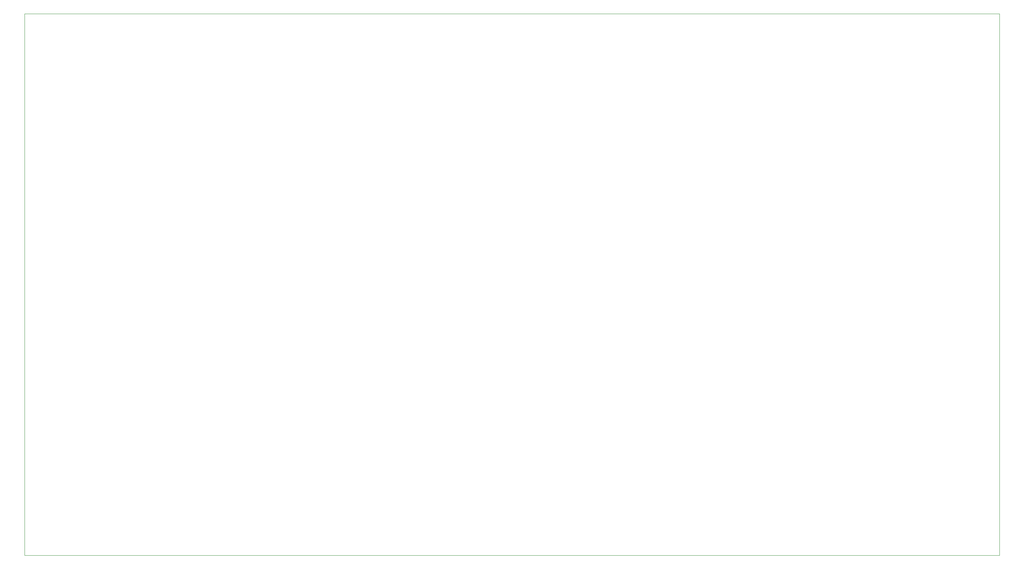
<source format=gbr>
%TF.GenerationSoftware,KiCad,Pcbnew,7.0.10-7.0.10~ubuntu22.04.1*%
%TF.CreationDate,2024-01-16T14:22:29-05:00*%
%TF.ProjectId,power-board,706f7765-722d-4626-9f61-72642e6b6963,rev?*%
%TF.SameCoordinates,Original*%
%TF.FileFunction,Profile,NP*%
%FSLAX46Y46*%
G04 Gerber Fmt 4.6, Leading zero omitted, Abs format (unit mm)*
G04 Created by KiCad (PCBNEW 7.0.10-7.0.10~ubuntu22.04.1) date 2024-01-16 14:22:29*
%MOMM*%
%LPD*%
G01*
G04 APERTURE LIST*
%TA.AperFunction,Profile*%
%ADD10C,0.100000*%
%TD*%
G04 APERTURE END LIST*
D10*
X248920000Y-144780000D02*
X20320000Y-144780000D01*
X20320000Y-17780000D02*
X248920000Y-17780000D01*
X20320000Y-144780000D02*
X20320000Y-17780000D01*
X248920000Y-17780000D02*
X248920000Y-144780000D01*
M02*

</source>
